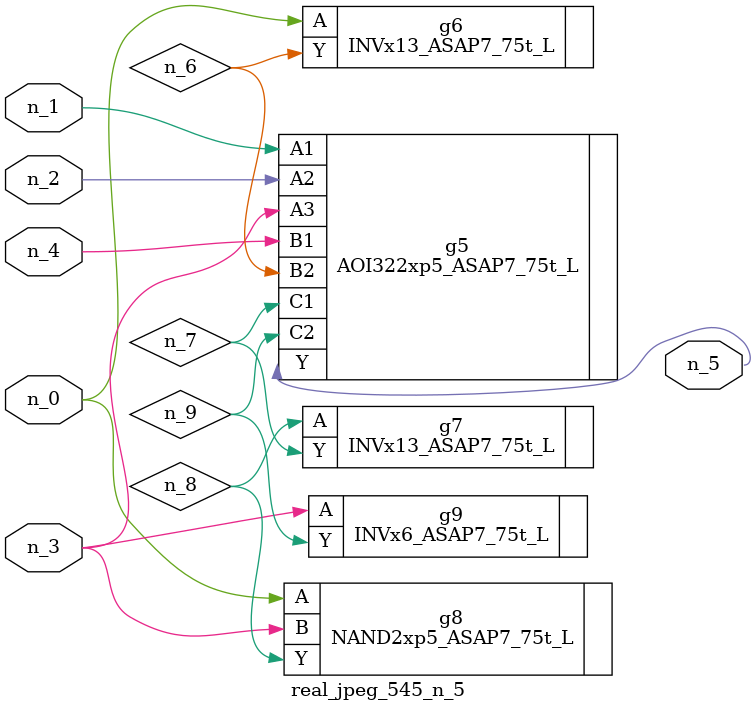
<source format=v>
module real_jpeg_545_n_5 (n_4, n_0, n_1, n_2, n_3, n_5);

input n_4;
input n_0;
input n_1;
input n_2;
input n_3;

output n_5;

wire n_8;
wire n_6;
wire n_7;
wire n_9;

INVx13_ASAP7_75t_L g6 ( 
.A(n_0),
.Y(n_6)
);

NAND2xp5_ASAP7_75t_L g8 ( 
.A(n_0),
.B(n_3),
.Y(n_8)
);

AOI322xp5_ASAP7_75t_L g5 ( 
.A1(n_1),
.A2(n_2),
.A3(n_3),
.B1(n_4),
.B2(n_6),
.C1(n_7),
.C2(n_9),
.Y(n_5)
);

INVx6_ASAP7_75t_L g9 ( 
.A(n_3),
.Y(n_9)
);

INVx13_ASAP7_75t_L g7 ( 
.A(n_8),
.Y(n_7)
);


endmodule
</source>
